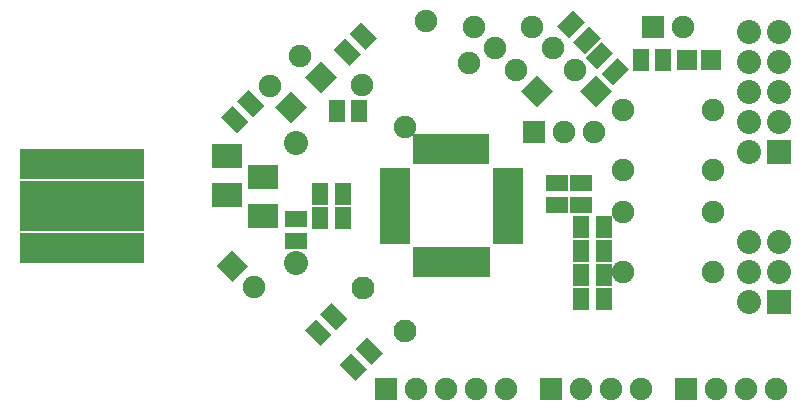
<source format=gts>
G04 (created by PCBNEW-RS274X (2012-jan-04)-stable) date Пт. 17 авг. 2012 15:46:30*
G01*
G70*
G90*
%MOIN*%
G04 Gerber Fmt 3.4, Leading zero omitted, Abs format*
%FSLAX34Y34*%
G04 APERTURE LIST*
%ADD10C,0.006000*%
%ADD11R,0.098700X0.037700*%
%ADD12R,0.037700X0.098700*%
%ADD13C,0.075000*%
%ADD14R,0.075000X0.055000*%
%ADD15R,0.055000X0.075000*%
%ADD16R,0.075000X0.075000*%
%ADD17C,0.080000*%
%ADD18R,0.080000X0.080000*%
%ADD19R,0.067200X0.067200*%
%ADD20C,0.076000*%
%ADD21R,0.413700X0.086900*%
%ADD22R,0.413700X0.098700*%
%ADD23R,0.100000X0.080000*%
G04 APERTURE END LIST*
G54D10*
G54D11*
X60304Y-45493D03*
X60304Y-45178D03*
X60304Y-44863D03*
X60304Y-44548D03*
X60304Y-44233D03*
X60304Y-43918D03*
X60304Y-43603D03*
X60304Y-43288D03*
X64070Y-43290D03*
X64070Y-45500D03*
X64070Y-45180D03*
X64070Y-44860D03*
X64070Y-44550D03*
X64070Y-44230D03*
X64070Y-43920D03*
X64070Y-43600D03*
G54D12*
X61088Y-42500D03*
X61402Y-42500D03*
X61718Y-42500D03*
X62032Y-42500D03*
X62348Y-42500D03*
X62662Y-42500D03*
X62978Y-42500D03*
X63292Y-42500D03*
X61090Y-46280D03*
X61400Y-46280D03*
X61720Y-46280D03*
X62030Y-46280D03*
X62340Y-46280D03*
X62660Y-46280D03*
X62980Y-46280D03*
X63300Y-46280D03*
G54D13*
X70900Y-44600D03*
X70900Y-46600D03*
X67900Y-44600D03*
X67900Y-46600D03*
X67900Y-43200D03*
X67900Y-41200D03*
X70900Y-43200D03*
X70900Y-41200D03*
X61354Y-38232D03*
X62768Y-39646D03*
X59232Y-40354D03*
X60646Y-41768D03*
G54D14*
X65700Y-44375D03*
X65700Y-43625D03*
X66500Y-44375D03*
X66500Y-43625D03*
G54D10*
G36*
X68100Y-39844D02*
X67569Y-40375D01*
X67180Y-39986D01*
X67711Y-39455D01*
X68100Y-39844D01*
X68100Y-39844D01*
G37*
G36*
X67570Y-39314D02*
X67039Y-39845D01*
X66650Y-39456D01*
X67181Y-38925D01*
X67570Y-39314D01*
X67570Y-39314D01*
G37*
G36*
X67175Y-38794D02*
X66644Y-39325D01*
X66255Y-38936D01*
X66786Y-38405D01*
X67175Y-38794D01*
X67175Y-38794D01*
G37*
G36*
X66645Y-38264D02*
X66114Y-38795D01*
X65725Y-38406D01*
X66256Y-37875D01*
X66645Y-38264D01*
X66645Y-38264D01*
G37*
G54D15*
X58575Y-44800D03*
X57825Y-44800D03*
X58575Y-44000D03*
X57825Y-44000D03*
G54D14*
X57000Y-45575D03*
X57000Y-44825D03*
G54D10*
G36*
X59194Y-38275D02*
X59725Y-38806D01*
X59336Y-39195D01*
X58805Y-38664D01*
X59194Y-38275D01*
X59194Y-38275D01*
G37*
G36*
X58664Y-38805D02*
X59195Y-39336D01*
X58806Y-39725D01*
X58275Y-39194D01*
X58664Y-38805D01*
X58664Y-38805D01*
G37*
G54D15*
X59125Y-41250D03*
X58375Y-41250D03*
G54D10*
G36*
X55056Y-41975D02*
X54525Y-41444D01*
X54914Y-41055D01*
X55445Y-41586D01*
X55056Y-41975D01*
X55056Y-41975D01*
G37*
G36*
X55586Y-41445D02*
X55055Y-40914D01*
X55444Y-40525D01*
X55975Y-41056D01*
X55586Y-41445D01*
X55586Y-41445D01*
G37*
G36*
X58219Y-47625D02*
X58750Y-48156D01*
X58361Y-48545D01*
X57830Y-48014D01*
X58219Y-47625D01*
X58219Y-47625D01*
G37*
G36*
X57689Y-48155D02*
X58220Y-48686D01*
X57831Y-49075D01*
X57300Y-48544D01*
X57689Y-48155D01*
X57689Y-48155D01*
G37*
G36*
X59394Y-48775D02*
X59925Y-49306D01*
X59536Y-49695D01*
X59005Y-49164D01*
X59394Y-48775D01*
X59394Y-48775D01*
G37*
G36*
X58864Y-49305D02*
X59395Y-49836D01*
X59006Y-50225D01*
X58475Y-49694D01*
X58864Y-49305D01*
X58864Y-49305D01*
G37*
G54D15*
X69250Y-39550D03*
X68500Y-39550D03*
G54D10*
G36*
X65591Y-40561D02*
X65061Y-41091D01*
X64531Y-40561D01*
X65061Y-40031D01*
X65591Y-40561D01*
X65591Y-40561D01*
G37*
G54D13*
X64354Y-39854D03*
X63646Y-39146D03*
X62939Y-38439D03*
G54D16*
X65500Y-50500D03*
G54D13*
X66500Y-50500D03*
X67500Y-50500D03*
X68500Y-50500D03*
G54D10*
G36*
X58384Y-40104D02*
X57854Y-40634D01*
X57324Y-40104D01*
X57854Y-39574D01*
X58384Y-40104D01*
X58384Y-40104D01*
G37*
G54D13*
X57146Y-39396D03*
G54D16*
X68925Y-38425D03*
G54D13*
X69925Y-38425D03*
G54D10*
G36*
X57384Y-41104D02*
X56854Y-41634D01*
X56324Y-41104D01*
X56854Y-40574D01*
X57384Y-41104D01*
X57384Y-41104D01*
G37*
G54D13*
X56146Y-40396D03*
G54D17*
X57000Y-42300D03*
X57000Y-46300D03*
G54D18*
X73100Y-42600D03*
G54D17*
X72100Y-42600D03*
X73100Y-41600D03*
X72100Y-41600D03*
X73100Y-40600D03*
X72100Y-40600D03*
X73100Y-39600D03*
X72100Y-39600D03*
X73100Y-38600D03*
X72100Y-38600D03*
G54D18*
X73100Y-47600D03*
G54D17*
X72100Y-47600D03*
X73100Y-46600D03*
X72100Y-46600D03*
X73100Y-45600D03*
X72100Y-45600D03*
G54D19*
X70037Y-39550D03*
X70863Y-39550D03*
G54D20*
X60657Y-48557D03*
X59243Y-47143D03*
G54D10*
G36*
X51958Y-45307D02*
X51958Y-46293D01*
X47822Y-46293D01*
X47822Y-45307D01*
X51958Y-45307D01*
X51958Y-45307D01*
G37*
G36*
X51958Y-44366D02*
X51958Y-45234D01*
X47822Y-45234D01*
X47822Y-44366D01*
X51958Y-44366D01*
X51958Y-44366D01*
G37*
G54D21*
X49890Y-44000D03*
G54D22*
X49890Y-43000D03*
G54D16*
X64950Y-41950D03*
G54D13*
X65950Y-41950D03*
X66950Y-41950D03*
G54D10*
G36*
X67541Y-40561D02*
X67011Y-41091D01*
X66481Y-40561D01*
X67011Y-40031D01*
X67541Y-40561D01*
X67541Y-40561D01*
G37*
G54D13*
X66304Y-39854D03*
X65596Y-39146D03*
X64889Y-38439D03*
G54D10*
G36*
X54366Y-46396D02*
X54896Y-45866D01*
X55426Y-46396D01*
X54896Y-46926D01*
X54366Y-46396D01*
X54366Y-46396D01*
G37*
G54D13*
X55604Y-47104D03*
G54D23*
X54700Y-42750D03*
X54700Y-44050D03*
X55900Y-43450D03*
X55900Y-44750D03*
G54D15*
X66525Y-46700D03*
X67275Y-46700D03*
X66525Y-45900D03*
X67275Y-45900D03*
X67275Y-47500D03*
X66525Y-47500D03*
X67275Y-45100D03*
X66525Y-45100D03*
G54D16*
X70000Y-50500D03*
G54D13*
X71000Y-50500D03*
X72000Y-50500D03*
X73000Y-50500D03*
G54D16*
X60000Y-50500D03*
G54D13*
X61000Y-50500D03*
X62000Y-50500D03*
X63000Y-50500D03*
X64000Y-50500D03*
M02*

</source>
